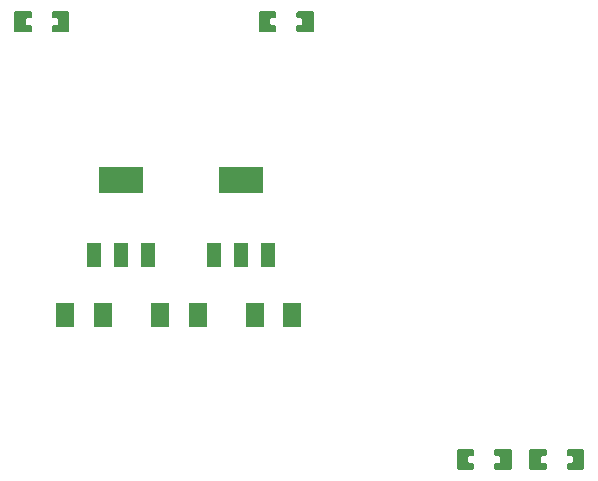
<source format=gtp>
G04 Layer: TopPasteMaskLayer*
G04 EasyEDA v6.5.23, 2023-06-02 23:10:04*
G04 4089ee163aa04224b388df8e3d9972f5,38d8b063065d407b859bfb9f5f9b4720,10*
G04 Gerber Generator version 0.2*
G04 Scale: 100 percent, Rotated: No, Reflected: No *
G04 Dimensions in millimeters *
G04 leading zeros omitted , absolute positions ,4 integer and 5 decimal *
%FSLAX45Y45*%
%MOMM*%

%ADD10R,3.8000X2.3000*%
%ADD11R,1.2000X2.0000*%
%ADD12R,1.6002X2.0000*%

%LPD*%
G36*
X2688285Y-11991289D02*
G01*
X2678328Y-12001296D01*
X2678328Y-12038330D01*
X2688285Y-12048337D01*
X2718816Y-12048337D01*
X2728772Y-12058345D01*
X2728772Y-12097054D01*
X2718816Y-12107062D01*
X2688285Y-12107062D01*
X2678328Y-12117070D01*
X2678328Y-12154103D01*
X2688285Y-12164110D01*
X2816809Y-12164110D01*
X2826816Y-12154103D01*
X2826816Y-12001296D01*
X2816809Y-11991289D01*
G37*
G36*
X2369820Y-11991289D02*
G01*
X2359812Y-12001296D01*
X2359812Y-12154103D01*
X2369820Y-12164110D01*
X2498293Y-12164110D01*
X2508300Y-12154103D01*
X2508300Y-12117070D01*
X2498293Y-12107062D01*
X2467813Y-12107062D01*
X2457805Y-12097054D01*
X2457805Y-12058345D01*
X2467813Y-12048337D01*
X2498293Y-12048337D01*
X2508300Y-12038330D01*
X2508300Y-12001296D01*
X2498293Y-11991289D01*
G37*
G36*
X2076196Y-11991289D02*
G01*
X2066188Y-12001296D01*
X2066188Y-12038330D01*
X2076196Y-12048337D01*
X2106676Y-12048337D01*
X2116683Y-12058345D01*
X2116683Y-12097054D01*
X2106676Y-12107062D01*
X2076196Y-12107062D01*
X2066188Y-12117070D01*
X2066188Y-12154103D01*
X2076196Y-12164110D01*
X2204720Y-12164110D01*
X2214676Y-12154103D01*
X2214676Y-12001296D01*
X2204720Y-11991289D01*
G37*
G36*
X1757680Y-11991289D02*
G01*
X1747723Y-12001296D01*
X1747723Y-12154103D01*
X1757680Y-12164110D01*
X1886204Y-12164110D01*
X1896211Y-12154103D01*
X1896211Y-12117070D01*
X1886204Y-12107062D01*
X1855724Y-12107062D01*
X1845716Y-12097054D01*
X1845716Y-12058345D01*
X1855724Y-12048337D01*
X1886204Y-12048337D01*
X1896211Y-12038330D01*
X1896211Y-12001296D01*
X1886204Y-11991289D01*
G37*
G36*
X399796Y-8284921D02*
G01*
X389788Y-8294928D01*
X389788Y-8331962D01*
X399796Y-8341969D01*
X430276Y-8341969D01*
X440283Y-8351926D01*
X440283Y-8390686D01*
X430276Y-8400694D01*
X399796Y-8400694D01*
X389788Y-8410702D01*
X389788Y-8447735D01*
X399796Y-8457742D01*
X528320Y-8457742D01*
X538276Y-8447735D01*
X538276Y-8294928D01*
X528320Y-8284921D01*
G37*
G36*
X81280Y-8284921D02*
G01*
X71323Y-8294928D01*
X71323Y-8447735D01*
X81280Y-8457742D01*
X209804Y-8457742D01*
X219811Y-8447735D01*
X219811Y-8410702D01*
X209804Y-8400694D01*
X179324Y-8400694D01*
X169316Y-8390686D01*
X169316Y-8351926D01*
X179324Y-8341969D01*
X209804Y-8341969D01*
X219811Y-8331962D01*
X219811Y-8294928D01*
X209804Y-8284921D01*
G37*
G36*
X-1670304Y-8284921D02*
G01*
X-1680311Y-8294928D01*
X-1680311Y-8331962D01*
X-1670304Y-8341969D01*
X-1639824Y-8341969D01*
X-1629816Y-8351926D01*
X-1629816Y-8390686D01*
X-1639824Y-8400694D01*
X-1670304Y-8400694D01*
X-1680311Y-8410702D01*
X-1680311Y-8447735D01*
X-1670304Y-8457742D01*
X-1541780Y-8457742D01*
X-1531823Y-8447735D01*
X-1531823Y-8294928D01*
X-1541780Y-8284921D01*
G37*
G36*
X-1988820Y-8284921D02*
G01*
X-1998776Y-8294928D01*
X-1998776Y-8447735D01*
X-1988820Y-8457742D01*
X-1860296Y-8457742D01*
X-1850288Y-8447735D01*
X-1850288Y-8410702D01*
X-1860296Y-8400694D01*
X-1890775Y-8400694D01*
X-1900783Y-8390686D01*
X-1900783Y-8351926D01*
X-1890775Y-8341969D01*
X-1860296Y-8341969D01*
X-1850288Y-8331962D01*
X-1850288Y-8294928D01*
X-1860296Y-8284921D01*
G37*
D10*
G01*
X-1092189Y-9715502D03*
D11*
G01*
X-1092189Y-10350502D03*
G01*
X-862192Y-10350502D03*
G01*
X-1322186Y-10350502D03*
D10*
G01*
X-76189Y-9715502D03*
D11*
G01*
X-76189Y-10350502D03*
G01*
X153807Y-10350502D03*
G01*
X-306186Y-10350502D03*
D12*
G01*
X356803Y-10858502D03*
G01*
X36789Y-10858502D03*
G01*
X-446445Y-10858502D03*
G01*
X-766460Y-10858502D03*
G01*
X-1249695Y-10858502D03*
G01*
X-1569709Y-10858502D03*
M02*

</source>
